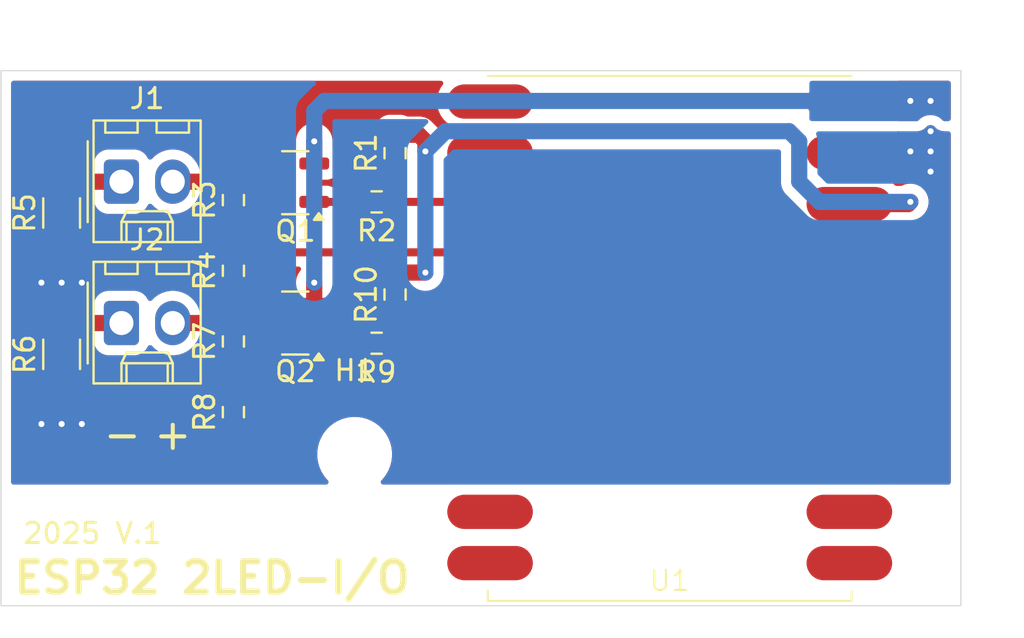
<source format=kicad_pcb>
(kicad_pcb (version 20241229) (generator "pcbnew") (generator_version "9.0")
  (layers (0 "F.Cu" signal) (2 "B.Cu" signal) (13 "F.Paste" user) (15 "B.Paste" user) (5 "F.SilkS" user "F.Silkscreen") (7 "B.SilkS" user "B.Silkscreen") (1 "F.Mask" user) (3 "B.Mask" user) (25 "Edge.Cuts" user))
  (net 0 "")
  (net 1 "Net-(Q1-G)")
  (net 2 "+5V")
  (net 3 "Net-(Q2-G)")
  (net 4 "+3.3V")
  (net 5 "Net-(U1-GP0)")
  (net 6 "Net-(U1-GP1)")
  (net 7 "GND")
  (net 8 "Net-(U1-GP3)")
  (net 22 "Net-(U1-GP2)")
  (net 23 "/-LED1")
  (net 24 "/+LED1")
  (net 25 "/-LED2")
  (net 26 "/+LED2")
  (footprint "ESP32_2LED-IO:SOT-23" (layer "F.Cu") (at 21.0625 19.5 180)
    (property "Reference" "Q2" (at 0 -2.4 180) (layer "F.SilkS"))
    (property "Value" "AO3401A")
    (fp_line (start 0 1.56) (end 0.65 1.56) (stroke (width 0.12)) (layer "F.SilkS"))
    (fp_line (start 0 1.56) (end -0.65 1.56) (stroke (width 0.12)) (layer "F.SilkS"))
    (fp_line (start 0 -1.56) (end 0.65 -1.56) (stroke (width 0.12)) (layer "F.SilkS"))
    (fp_line (start 0 -1.56) (end -0.65 -1.56) (stroke (width 0.12)) (layer "F.SilkS"))
    (fp_poly (pts (xy -1.1625 -1.51) (xy -1.4025 -1.84) (xy -0.9225 -1.84)) (stroke (width 0.12)) (fill yes) (layer "F.SilkS"))
    (pad "1" smd roundrect (at -0.9375 -0.95 180) (size 1.475 0.6) (layers "F.Cu" "F.Mask" "F.Paste") (net 3 "Net-(Q2-G)"))
    (pad "2" smd roundrect (at -0.9375 0.95 180) (size 1.475 0.6) (layers "F.Cu" "F.Mask" "F.Paste") (net 2 "+5V"))
    (pad "3" smd roundrect (at 0.9375 0 180) (size 1.475 0.6) (layers "F.Cu" "F.Mask" "F.Paste") (net 26 "/+LED2"))
  )
  (footprint "ESP32_2LED-IO:R_0603_1608Metric_Pad0.98x0.95mm_HandSolder" (layer "F.Cu") (at 18 20.4125 90)
    (property "Reference" "R7" (at 0 -1.43 90) (layer "F.SilkS"))
    (property "Value" "10k")
    (fp_line (start -0.254724 -0.5225) (end 0.254724 -0.5225) (stroke (width 0.12)) (layer "F.SilkS"))
    (fp_line (start -0.254724 0.5225) (end 0.254724 0.5225) (stroke (width 0.12)) (layer "F.SilkS"))
    (pad "1" smd roundrect (at -0.9125 0 90) (size 0.975 0.95) (layers "F.Cu" "F.Mask" "F.Paste") (net 8 "Net-(U1-GP3)"))
    (pad "2" smd roundrect (at 0.9125 0 90) (size 0.975 0.95) (layers "F.Cu" "F.Mask" "F.Paste") (net 26 "/+LED2"))
  )
  (footprint "ESP32_2LED-IO:R_1206_3216Metric_Pad1.30x1.75mm_HandSolder" (layer "F.Cu") (at 9.5 21.05 90)
    (property "Reference" "R6" (at 0 -1.83 90) (layer "F.SilkS"))
    (property "Value" "560")
    (fp_line (start -0.727064 -0.91) (end 0.727064 -0.91) (stroke (width 0.12)) (layer "F.SilkS"))
    (fp_line (start -0.727064 0.91) (end 0.727064 0.91) (stroke (width 0.12)) (layer "F.SilkS"))
    (pad "1" smd roundrect (at -1.55 0 90) (size 1.3 1.75) (layers "F.Cu" "F.Mask" "F.Paste") (roundrect_rratio 0.192308) (net 7 "GND"))
    (pad "2" smd roundrect (at 1.55 0 90) (size 1.3 1.75) (layers "F.Cu" "F.Mask" "F.Paste") (roundrect_rratio 0.192308) (net 25 "/-LED2"))
  )
  (footprint "ESP32_2LED-IO:SOT-23" (layer "F.Cu") (at 21.0625 12.55 180)
    (property "Reference" "Q1" (at 0 -2.4 180) (layer "F.SilkS"))
    (property "Value" "AO3401A")
    (fp_line (start 0 1.56) (end 0.65 1.56) (stroke (width 0.12)) (layer "F.SilkS"))
    (fp_line (start 0 1.56) (end -0.65 1.56) (stroke (width 0.12)) (layer "F.SilkS"))
    (fp_line (start 0 -1.56) (end 0.65 -1.56) (stroke (width 0.12)) (layer "F.SilkS"))
    (fp_line (start 0 -1.56) (end -0.65 -1.56) (stroke (width 0.12)) (layer "F.SilkS"))
    (fp_poly (pts (xy -1.1625 -1.51) (xy -1.4025 -1.84) (xy -0.9225 -1.84)) (stroke (width 0.12)) (fill yes) (layer "F.SilkS"))
    (pad "1" smd roundrect (at -0.9375 -0.95 180) (size 1.475 0.6) (layers "F.Cu" "F.Mask" "F.Paste") (net 1 "Net-(Q1-G)"))
    (pad "2" smd roundrect (at -0.9375 0.95 180) (size 1.475 0.6) (layers "F.Cu" "F.Mask" "F.Paste") (net 2 "+5V"))
    (pad "3" smd roundrect (at 0.9375 0 180) (size 1.475 0.6) (layers "F.Cu" "F.Mask" "F.Paste") (net 24 "/+LED1"))
  )
  (footprint "ESP32_2LED-IO:R_0603_1608Metric_Pad0.98x0.95mm_HandSolder" (layer "F.Cu") (at 26 18.0875 90)
    (property "Reference" "R10" (at 0 -1.43 90) (layer "F.SilkS"))
    (property "Value" "10k")
    (fp_line (start -0.254724 -0.5225) (end 0.254724 -0.5225) (stroke (width 0.12)) (layer "F.SilkS"))
    (fp_line (start -0.254724 0.5225) (end 0.254724 0.5225) (stroke (width 0.12)) (layer "F.SilkS"))
    (pad "1" smd roundrect (at -0.9125 0 90) (size 0.975 0.95) (layers "F.Cu" "F.Mask" "F.Paste") (net 22 "Net-(U1-GP2)"))
    (pad "2" smd roundrect (at 0.9125 0 90) (size 0.975 0.95) (layers "F.Cu" "F.Mask" "F.Paste") (net 4 "+3.3V"))
  )
  (footprint "ESP32_2LED-IO:R_0603_1608Metric_Pad0.98x0.95mm_HandSolder" (layer "F.Cu") (at 26 11.0875 90)
    (property "Reference" "R1" (at 0 -1.43 90) (layer "F.SilkS"))
    (property "Value" "10k")
    (fp_line (start -0.254724 -0.5225) (end 0.254724 -0.5225) (stroke (width 0.12)) (layer "F.SilkS"))
    (fp_line (start -0.254724 0.5225) (end 0.254724 0.5225) (stroke (width 0.12)) (layer "F.SilkS"))
    (pad "1" smd roundrect (at -0.9125 0 90) (size 0.975 0.95) (layers "F.Cu" "F.Mask" "F.Paste") (net 5 "Net-(U1-GP0)"))
    (pad "2" smd roundrect (at 0.9125 0 90) (size 0.975 0.95) (layers "F.Cu" "F.Mask" "F.Paste") (net 4 "+3.3V"))
  )
  (footprint "ESP32_2LED-IO:Molex_KK-254_AE-6410-02A_1x02_P2.54mm_Vertical" (layer "F.Cu") (at 12.46 19.5)
    (property "Reference" "J2" (at 1.27 -4.12 0) (layer "F.SilkS"))
    (property "Value" "LED2")
    (fp_line (start -1.67 -2) (end -1.67 2) (stroke (width 0.12)) (layer "F.SilkS"))
    (fp_line (start -1.38 -3.03) (end -1.38 2.99) (stroke (width 0.12)) (layer "F.SilkS"))
    (fp_line (start -1.38 2.99) (end 3.92 2.99) (stroke (width 0.12)) (layer "F.SilkS"))
    (fp_line (start -0.8 -3.03) (end -0.8 -2.43) (stroke (width 0.12)) (layer "F.SilkS"))
    (fp_line (start -0.8 -2.43) (end 0.8 -2.43) (stroke (width 0.12)) (layer "F.SilkS"))
    (fp_line (start 0 1.99) (end 0.25 1.46) (stroke (width 0.12)) (layer "F.SilkS"))
    (fp_line (start 0 1.99) (end 2.54 1.99) (stroke (width 0.12)) (layer "F.SilkS"))
    (fp_line (start 0 2.99) (end 0 1.99) (stroke (width 0.12)) (layer "F.SilkS"))
    (fp_line (start 0.25 1.46) (end 2.29 1.46) (stroke (width 0.12)) (layer "F.SilkS"))
    (fp_line (start 0.25 2.99) (end 0.25 1.99) (stroke (width 0.12)) (layer "F.SilkS"))
    (fp_line (start 0.8 -2.43) (end 0.8 -3.03) (stroke (width 0.12)) (layer "F.SilkS"))
    (fp_line (start 1.74 -3.03) (end 1.74 -2.43) (stroke (width 0.12)) (layer "F.SilkS"))
    (fp_line (start 1.74 -2.43) (end 3.34 -2.43) (stroke (width 0.12)) (layer "F.SilkS"))
    (fp_line (start 2.29 1.46) (end 2.54 1.99) (stroke (width 0.12)) (layer "F.SilkS"))
    (fp_line (start 2.29 2.99) (end 2.29 1.99) (stroke (width 0.12)) (layer "F.SilkS"))
    (fp_line (start 2.54 1.99) (end 2.54 2.99) (stroke (width 0.12)) (layer "F.SilkS"))
    (fp_line (start 3.34 -2.43) (end 3.34 -3.03) (stroke (width 0.12)) (layer "F.SilkS"))
    (fp_line (start 3.92 -3.03) (end -1.38 -3.03) (stroke (width 0.12)) (layer "F.SilkS"))
    (fp_line (start 3.92 2.99) (end 3.92 -3.03) (stroke (width 0.12)) (layer "F.SilkS"))
    (pad "1" thru_hole roundrect (at 0 0) (size 1.74 2.19) (drill 1.19) (layers "*.Cu" "*.Mask") (roundrect_rratio 0.143678) (net 25 "/-LED2"))
    (pad "2" thru_hole oval (at 2.54 0) (size 1.74 2.19) (drill 1.19) (layers "*.Cu" "*.Mask") (net 26 "/+LED2"))
  )
  (footprint "ESP32_2LED-IO:R_0603_1608Metric_Pad0.98x0.95mm_HandSolder" (layer "F.Cu") (at 18 13.4125 90)
    (property "Reference" "R3" (at 0 -1.43 90) (layer "F.SilkS"))
    (property "Value" "10k")
    (fp_line (start -0.254724 -0.5225) (end 0.254724 -0.5225) (stroke (width 0.12)) (layer "F.SilkS"))
    (fp_line (start -0.254724 0.5225) (end 0.254724 0.5225) (stroke (width 0.12)) (layer "F.SilkS"))
    (pad "1" smd roundrect (at -0.9125 0 90) (size 0.975 0.95) (layers "F.Cu" "F.Mask" "F.Paste") (net 6 "Net-(U1-GP1)"))
    (pad "2" smd roundrect (at 0.9125 0 90) (size 0.975 0.95) (layers "F.Cu" "F.Mask" "F.Paste") (net 24 "/+LED1"))
  )
  (footprint "ESP32_2LED-IO:R_0603_1608Metric_Pad0.98x0.95mm_HandSolder" (layer "F.Cu") (at 18 16.9125 90)
    (property "Reference" "R4" (at 0 -1.43 90) (layer "F.SilkS"))
    (property "Value" "20k")
    (fp_line (start -0.254724 -0.5225) (end 0.254724 -0.5225) (stroke (width 0.12)) (layer "F.SilkS"))
    (fp_line (start -0.254724 0.5225) (end 0.254724 0.5225) (stroke (width 0.12)) (layer "F.SilkS"))
    (pad "1" smd roundrect (at -0.9125 0 90) (size 0.975 0.95) (layers "F.Cu" "F.Mask" "F.Paste") (net 7 "GND"))
    (pad "2" smd roundrect (at 0.9125 0 90) (size 0.975 0.95) (layers "F.Cu" "F.Mask" "F.Paste") (net 6 "Net-(U1-GP1)"))
  )
  (footprint "ESP32_2LED-IO:R_0603_1608Metric_Pad0.98x0.95mm_HandSolder" (layer "F.Cu") (at 18 23.9125 90)
    (property "Reference" "R8" (at 0 -1.43 90) (layer "F.SilkS"))
    (property "Value" "20k")
    (fp_line (start -0.254724 -0.5225) (end 0.254724 -0.5225) (stroke (width 0.12)) (layer "F.SilkS"))
    (fp_line (start -0.254724 0.5225) (end 0.254724 0.5225) (stroke (width 0.12)) (layer "F.SilkS"))
    (pad "1" smd roundrect (at -0.9125 0 90) (size 0.975 0.95) (layers "F.Cu" "F.Mask" "F.Paste") (net 7 "GND"))
    (pad "2" smd roundrect (at 0.9125 0 90) (size 0.975 0.95) (layers "F.Cu" "F.Mask" "F.Paste") (net 8 "Net-(U1-GP3)"))
  )
  (footprint "ESP32_2LED-IO:MountingHole_3.2mm_M3" (layer "F.Cu") (at 24 26)
    (property "Reference" "H1" (at 0 -4.15 0) (layer "F.SilkS"))
    (property "Value" "M3")
    (pad "" np_thru_hole circle (at 0 0) (size 3.2 3.2) (drill 3.2) (layers "*.Cu" "*.Mask"))
  )
  (footprint "ESP32_2LED-IO:R_0603_1608Metric_Pad0.98x0.95mm_HandSolder" (layer "F.Cu") (at 25.0875 13.5 180)
    (property "Reference" "R2" (at 0 -1.43 180) (layer "F.SilkS"))
    (property "Value" "100")
    (fp_line (start -0.254724 0.5225) (end 0.254724 0.5225) (stroke (width 0.12)) (layer "F.SilkS"))
    (fp_line (start -0.254724 -0.5225) (end 0.254724 -0.5225) (stroke (width 0.12)) (layer "F.SilkS"))
    (pad "1" smd roundrect (at -0.9125 0 180) (size 0.975 0.95) (layers "F.Cu" "F.Mask" "F.Paste") (net 5 "Net-(U1-GP0)"))
    (pad "2" smd roundrect (at 0.9125 0 180) (size 0.975 0.95) (layers "F.Cu" "F.Mask" "F.Paste") (net 1 "Net-(Q1-G)"))
  )
  (footprint "ESP32_2LED-IO:R_1206_3216Metric_Pad1.30x1.75mm_HandSolder" (layer "F.Cu") (at 9.5 14.05 90)
    (property "Reference" "R5" (at 0 -1.83 90) (layer "F.SilkS"))
    (property "Value" "560")
    (fp_line (start -0.727064 -0.91) (end 0.727064 -0.91) (stroke (width 0.12)) (layer "F.SilkS"))
    (fp_line (start -0.727064 0.91) (end 0.727064 0.91) (stroke (width 0.12)) (layer "F.SilkS"))
    (pad "1" smd roundrect (at -1.55 0 90) (size 1.3 1.75) (layers "F.Cu" "F.Mask" "F.Paste") (roundrect_rratio 0.192308) (net 7 "GND"))
    (pad "2" smd roundrect (at 1.55 0 90) (size 1.3 1.75) (layers "F.Cu" "F.Mask" "F.Paste") (roundrect_rratio 0.192308) (net 23 "/-LED1"))
  )
  (footprint "ESP32_2LED-IO:R_0603_1608Metric_Pad0.98x0.95mm_HandSolder" (layer "F.Cu") (at 25.0875 20.5 180)
    (property "Reference" "R9" (at 0 -1.43 180) (layer "F.SilkS"))
    (property "Value" "100")
    (fp_line (start -0.254724 0.5225) (end 0.254724 0.5225) (stroke (width 0.12)) (layer "F.SilkS"))
    (fp_line (start -0.254724 -0.5225) (end 0.254724 -0.5225) (stroke (width 0.12)) (layer "F.SilkS"))
    (pad "1" smd roundrect (at -0.9125 0 180) (size 0.975 0.95) (layers "F.Cu" "F.Mask" "F.Paste") (net 22 "Net-(U1-GP2)"))
    (pad "2" smd roundrect (at 0.9125 0 180) (size 0.975 0.95) (layers "F.Cu" "F.Mask" "F.Paste") (net 3 "Net-(Q2-G)"))
  )
  (footprint "ESP32_2LED-IO:Molex_KK-254_AE-6410-02A_1x02_P2.54mm_Vertical" (layer "F.Cu") (at 12.46 12.5)
    (property "Reference" "J1" (at 1.27 -4.12 0) (layer "F.SilkS"))
    (property "Value" "LED1")
    (fp_line (start -1.67 -2) (end -1.67 2) (stroke (width 0.12)) (layer "F.SilkS"))
    (fp_line (start -1.38 -3.03) (end -1.38 2.99) (stroke (width 0.12)) (layer "F.SilkS"))
    (fp_line (start -1.38 2.99) (end 3.92 2.99) (stroke (width 0.12)) (layer "F.SilkS"))
    (fp_line (start -0.8 -3.03) (end -0.8 -2.43) (stroke (width 0.12)) (layer "F.SilkS"))
    (fp_line (start -0.8 -2.43) (end 0.8 -2.43) (stroke (width 0.12)) (layer "F.SilkS"))
    (fp_line (start 0 1.99) (end 0.25 1.46) (stroke (width 0.12)) (layer "F.SilkS"))
    (fp_line (start 0 1.99) (end 2.54 1.99) (stroke (width 0.12)) (layer "F.SilkS"))
    (fp_line (start 0 2.99) (end 0 1.99) (stroke (width 0.12)) (layer "F.SilkS"))
    (fp_line (start 0.25 1.46) (end 2.29 1.46) (stroke (width 0.12)) (layer "F.SilkS"))
    (fp_line (start 0.25 2.99) (end 0.25 1.99) (stroke (width 0.12)) (layer "F.SilkS"))
    (fp_line (start 0.8 -2.43) (end 0.8 -3.03) (stroke (width 0.12)) (layer "F.SilkS"))
    (fp_line (start 1.74 -3.03) (end 1.74 -2.43) (stroke (width 0.12)) (layer "F.SilkS"))
    (fp_line (start 1.74 -2.43) (end 3.34 -2.43) (stroke (width 0.12)) (layer "F.SilkS"))
    (fp_line (start 2.29 1.46) (end 2.54 1.99) (stroke (width 0.12)) (layer "F.SilkS"))
    (fp_line (start 2.29 2.99) (end 2.29 1.99) (stroke (width 0.12)) (layer "F.SilkS"))
    (fp_line (start 2.54 1.99) (end 2.54 2.99) (stroke (width 0.12)) (layer "F.SilkS"))
    (fp_line (start 3.34 -2.43) (end 3.34 -3.03) (stroke (width 0.12)) (layer "F.SilkS"))
    (fp_line (start 3.92 -3.03) (end -1.38 -3.03) (stroke (width 0.12)) (layer "F.SilkS"))
    (fp_line (start 3.92 2.99) (end 3.92 -3.03) (stroke (width 0.12)) (layer "F.SilkS"))
    (pad "1" thru_hole roundrect (at 0 0) (size 1.74 2.19) (drill 1.19) (layers "*.Cu" "*.Mask") (roundrect_rratio 0.143678) (net 23 "/-LED1"))
    (pad "2" thru_hole oval (at 2.54 0) (size 1.74 2.19) (drill 1.19) (layers "*.Cu" "*.Mask") (net 24 "/+LED1"))
  )
  (footprint "ESP32_2LED-IO:ESP32C6-SuperMini-SMD" (layer "F.Cu") (at 39.591 7.26)
    (property "Reference" "U1" (at 0 25 0) (layer "F.SilkS") (effects (font (thickness 0.1))))
    (property "Value" "ESP32-C6 SuperMini")
    (fp_line (start -9 0) (end 9 0) (stroke (width 0.1)) (layer "F.SilkS"))
    (fp_line (start -9 25.5) (end -9 26) (stroke (width 0.1)) (layer "F.SilkS"))
    (fp_line (start -9 26) (end 9 26) (stroke (width 0.1)) (layer "F.SilkS"))
    (fp_line (start 9 26) (end 9 25.5) (stroke (width 0.1)) (layer "F.SilkS"))
    (pad "1" smd roundrect (at -7.62 1.27) (size 4.24 1.7) (drill (offset -1.27 0)) (layers "F.Cu" "F.Mask" "F.Paste") (roundrect_rratio 0.5))
    (pad "2" smd roundrect (at -7.62 3.81) (size 4.24 1.7) (drill (offset -1.27 0)) (layers "F.Cu" "F.Mask" "F.Paste") (roundrect_rratio 0.5))
    (pad "3" smd roundrect (at -7.62 6.35) (size 4.24 1.7) (drill (offset -1.27 0)) (layers "F.Cu" "F.Mask" "F.Paste") (roundrect_rratio 0.5) (net 5 "Net-(U1-GP0)"))
    (pad "4" smd roundrect (at -7.62 8.89) (size 4.24 1.7) (drill (offset -1.27 0)) (layers "F.Cu" "F.Mask" "F.Paste") (roundrect_rratio 0.5) (net 6 "Net-(U1-GP1)"))
    (pad "5" smd roundrect (at -7.62 11.43) (size 4.24 1.7) (drill (offset -1.27 0)) (layers "F.Cu" "F.Mask" "F.Paste") (roundrect_rratio 0.5) (net 22 "Net-(U1-GP2)"))
    (pad "6" smd roundrect (at -7.62 13.97) (size 4.24 1.7) (drill (offset -1.27 0)) (layers "F.Cu" "F.Mask" "F.Paste") (roundrect_rratio 0.5) (net 8 "Net-(U1-GP3)"))
    (pad "7" smd roundrect (at -7.62 16.51) (size 4.24 1.7) (drill (offset -1.27 0)) (layers "F.Cu" "F.Mask" "F.Paste") (roundrect_rratio 0.5))
    (pad "8" smd roundrect (at -7.62 19.05) (size 4.24 1.7) (drill (offset -1.27 0)) (layers "F.Cu" "F.Mask" "F.Paste") (roundrect_rratio 0.5))
    (pad "9" smd roundrect (at -7.62 21.59) (size 4.24 1.7) (drill (offset -1.27 0)) (layers "F.Cu" "F.Mask" "F.Paste") (roundrect_rratio 0.5))
    (pad "10" smd roundrect (at -7.62 24.13) (size 4.24 1.7) (drill (offset -1.27 0)) (layers "F.Cu" "F.Mask" "F.Paste") (roundrect_rratio 0.5))
    (pad "11" smd roundrect (at 7.62 24.13 180) (size 4.24 1.7) (drill (offset -1.27 0)) (layers "F.Cu" "F.Mask" "F.Paste") (roundrect_rratio 0.5))
    (pad "12" smd roundrect (at 7.62 21.59 180) (size 4.24 1.7) (drill (offset -1.27 0)) (layers "F.Cu" "F.Mask" "F.Paste") (roundrect_rratio 0.5))
    (pad "13" smd roundrect (at 7.62 19.05 180) (size 4.24 1.7) (drill (offset -1.27 0)) (layers "F.Cu" "F.Mask" "F.Paste") (roundrect_rratio 0.5))
    (pad "14" smd roundrect (at 7.62 16.51 180) (size 4.24 1.7) (drill (offset -1.27 0)) (layers "F.Cu" "F.Mask" "F.Paste") (roundrect_rratio 0.5))
    (pad "15" smd roundrect (at 7.62 13.97 180) (size 4.24 1.7) (drill (offset -1.27 0)) (layers "F.Cu" "F.Mask" "F.Paste") (roundrect_rratio 0.5))
    (pad "16" smd roundrect (at 7.62 11.43 180) (size 4.24 1.7) (drill (offset -1.27 0)) (layers "F.Cu" "F.Mask" "F.Paste") (roundrect_rratio 0.5))
    (pad "17" smd roundrect (at 7.62 8.89 180) (size 4.24 1.7) (drill (offset -1.27 0)) (layers "F.Cu" "F.Mask" "F.Paste") (roundrect_rratio 0.5))
    (pad "18" smd roundrect (at 7.62 6.35 180) (size 4.24 1.7) (drill (offset -1.27 0)) (layers "F.Cu" "F.Mask" "F.Paste") (roundrect_rratio 0.5) (net 4 "+3.3V"))
    (pad "19" smd roundrect (at 7.62 3.81 180) (size 4.24 1.7) (drill (offset -1.27 0)) (layers "F.Cu" "F.Mask" "F.Paste") (roundrect_rratio 0.5) (net 7 "GND"))
    (pad "20" smd roundrect (at 7.62 1.27 180) (size 4.24 1.7) (drill (offset -1.27 0)) (layers "F.Cu" "F.Mask" "F.Paste") (roundrect_rratio 0.5) (net 2 "+5V"))
  )
  (gr_line (start 54 33.5) (end 6.5 33.5) (stroke (width 0.05)) (layer "Edge.Cuts"))
  (gr_line (start 54 7) (end 54 33.5) (stroke (width 0.05)) (layer "Edge.Cuts"))
  (gr_line (start 6.5 7) (end 54 7) (stroke (width 0.05)) (layer "Edge.Cuts"))
  (gr_line (start 6.5 33.5) (end 6.5 7) (stroke (width 0.05)) (layer "Edge.Cuts"))
  (gr_text "+" (at 15 25 0) (layer "F.SilkS") (effects (font (size 1.5 1.5) (thickness 0.2))))
  (gr_text "-" (at 12.5 25 0) (layer "F.SilkS") (effects (font (size 1.5 1.5) (thickness 0.2))))
  (gr_text "ESP32 2LED-I/O" (at 7 33 0) (layer "F.SilkS") (effects (font (size 1.5 1.5) (thickness 0.3) (bold yes)) (justify left bottom)))
  (gr_text "2025 V.1" (at 7.5 30.5 0) (layer "F.SilkS") (effects (font (size 1 1)) (justify left bottom)))
  (segment (start 24.175 13.5) (end 22 13.5) (width 0.4) (layer "F.Cu") (net 1))
  (segment (start 51.5 8.5) (end 47.241 8.5) (width 0.8) (layer "F.Cu") (net 2))
  (segment (start 22 10.5) (end 22 11.6) (width 0.8) (layer "F.Cu") (net 2))
  (segment (start 22 17.5) (end 22 18.55) (width 0.8) (layer "F.Cu") (net 2))
  (via (at 51.5 8.5) (size 0.6) (drill 0.3) (layers "F.Cu" "B.Cu") (net 2))
  (via (at 22 17.5) (size 0.6) (drill 0.3) (layers "F.Cu" "B.Cu") (net 2))
  (via (at 22 10.5) (size 0.6) (drill 0.3) (layers "F.Cu" "B.Cu") (net 2))
  (via (at 52.5 8.5) (size 0.6) (drill 0.3) (layers "F.Cu" "B.Cu") (net 2))
  (segment (start 51.5 8.5) (end 22.5 8.5) (width 0.8) (layer "B.Cu") (net 2))
  (segment (start 22 9) (end 22 10.5) (width 0.8) (layer "B.Cu") (net 2))
  (segment (start 22.5 8.5) (end 22 9) (width 0.8) (layer "B.Cu") (net 2))
  (segment (start 22 10.5) (end 22 17.5) (width 0.8) (layer "B.Cu") (net 2))
  (segment (start 24.175 20.5) (end 22.05 20.5) (width 0.4) (layer "F.Cu") (net 3))
  (segment (start 27.5 17) (end 26.175 17) (width 0.8) (layer "F.Cu") (net 4))
  (segment (start 27.175 10.175) (end 27.5 10.5) (width 0.8) (layer "F.Cu") (net 4))
  (segment (start 27.5 10.5) (end 27.5 11) (width 0.8) (layer "F.Cu") (net 4))
  (segment (start 47.211 13.61) (end 51.39 13.61) (width 0.8) (layer "F.Cu") (net 4))
  (segment (start 26.175 17) (end 26 17.175) (width 0.8) (layer "F.Cu") (net 4))
  (segment (start 26 10.175) (end 27.175 10.175) (width 0.8) (layer "F.Cu") (net 4))
  (segment (start 51.39 13.61) (end 51.5 13.5) (width 0.8) (layer "F.Cu") (net 4))
  (via (at 51.5 13.5) (size 0.6) (drill 0.3) (layers "F.Cu" "B.Cu") (net 4))
  (via (at 27.5 17) (size 0.6) (drill 0.3) (layers "F.Cu" "B.Cu") (net 4))
  (via (at 27.5 11) (size 0.6) (drill 0.3) (layers "F.Cu" "B.Cu") (net 4))
  (segment (start 28.5 10) (end 27.5 11) (width 0.8) (layer "B.Cu") (net 4))
  (segment (start 46 10.5) (end 45.5 10) (width 0.8) (layer "B.Cu") (net 4))
  (segment (start 27.5 11) (end 27.5 17) (width 0.8) (layer "B.Cu") (net 4))
  (segment (start 47 13.5) (end 46 12.5) (width 0.8) (layer "B.Cu") (net 4))
  (segment (start 46 12.5) (end 46 10.5) (width 0.8) (layer "B.Cu") (net 4))
  (segment (start 45.5 10) (end 28.5 10) (width 0.8) (layer "B.Cu") (net 4))
  (segment (start 51.5 13.5) (end 47 13.5) (width 0.8) (layer "B.Cu") (net 4))
  (segment (start 31.861 13.5) (end 26 13.5) (width 0.4) (layer "F.Cu") (net 5))
  (segment (start 26 13.5) (end 26 12) (width 0.4) (layer "F.Cu") (net 5))
  (segment (start 18 16) (end 31.821 16) (width 0.4) (layer "F.Cu") (net 6))
  (segment (start 18 16) (end 18 14.325) (width 0.4) (layer "F.Cu") (net 6))
  (segment (start 47.211 11.07) (end 51.43 11.07) (width 0.8) (layer "F.Cu") (net 7))
  (segment (start 51.43 11.07) (end 51.5 11) (width 0.8) (layer "F.Cu") (net 7))
  (via (at 52.5 10) (size 0.6) (drill 0.3) (layers "F.Cu" "B.Cu") (net 7))
  (via (at 9.5 17.5) (size 0.6) (drill 0.3) (layers "F.Cu" "B.Cu") (net 7))
  (via (at 8.5 24.5) (size 0.6) (drill 0.3) (layers "F.Cu" "B.Cu") (net 7))
  (via (at 10.5 17.5) (size 0.6) (drill 0.3) (layers "F.Cu" "B.Cu") (net 7))
  (via (at 9.5 24.5) (size 0.6) (drill 0.3) (layers "F.Cu" "B.Cu") (net 7))
  (via (at 51.5 11) (size 0.6) (drill 0.3) (layers "F.Cu" "B.Cu") (net 7))
  (via (at 52.5 11) (size 0.6) (drill 0.3) (layers "F.Cu" "B.Cu") (net 7))
  (via (at 10.5 24.5) (size 0.6) (drill 0.3) (layers "F.Cu" "B.Cu") (net 7))
  (via (at 8.5 17.5) (size 0.6) (drill 0.3) (layers "F.Cu" "B.Cu") (net 7))
  (via (at 52.5 12) (size 0.6) (drill 0.3) (layers "F.Cu" "B.Cu") (net 7))
  (segment (start 18.051 21.376) (end 31.825 21.376) (width 0.4) (layer "F.Cu") (net 8))
  (segment (start 18 23) (end 18 21.325) (width 0.4) (layer "F.Cu") (net 8))
  (segment (start 26 19) (end 31.661 19) (width 0.4) (layer "F.Cu") (net 22))
  (segment (start 26 20.5) (end 26 19) (width 0.4) (layer "F.Cu") (net 22))
  (segment (start 12.46 12.5) (end 9.5 12.5) (width 0.8) (layer "F.Cu") (net 23))
  (segment (start 20.125 12.55) (end 18.05 12.55) (width 0.8) (layer "F.Cu") (net 24))
  (segment (start 18 12.5) (end 15 12.5) (width 0.8) (layer "F.Cu") (net 24))
  (segment (start 12.46 19.5) (end 9.5 19.5) (width 0.8) (layer "F.Cu") (net 25))
  (segment (start 20.125 19.5) (end 18 19.5) (width 0.8) (layer "F.Cu") (net 26))
  (segment (start 18 19.5) (end 15 19.5) (width 0.8) (layer "F.Cu") (net 26))
  (zone (net 7) (net_name "GND") (layers "F.Cu" "B.Cu") (connect_pads (clearance 0.5)) (min_thickness 0.25) (fill yes (thermal_gap 0.5) (thermal_bridge_width 0.5))
    (polygon (pts (xy 6.5 7) (xy 54 7) (xy 54 27.5) (xy 6.5 27.5)))
  )
  (zone (net 2) (net_name "+5V") (layers "F.Cu" "B.Cu") (priority 1) (connect_pads (clearance 0.5)) (min_thickness 0.25) (fill yes (thermal_gap 0.5) (thermal_bridge_width 0.5))
    (polygon (pts (xy 46.5 7) (xy 54 7) (xy 54 9.5) (xy 46.5 9.5)))
  )
)
</source>
